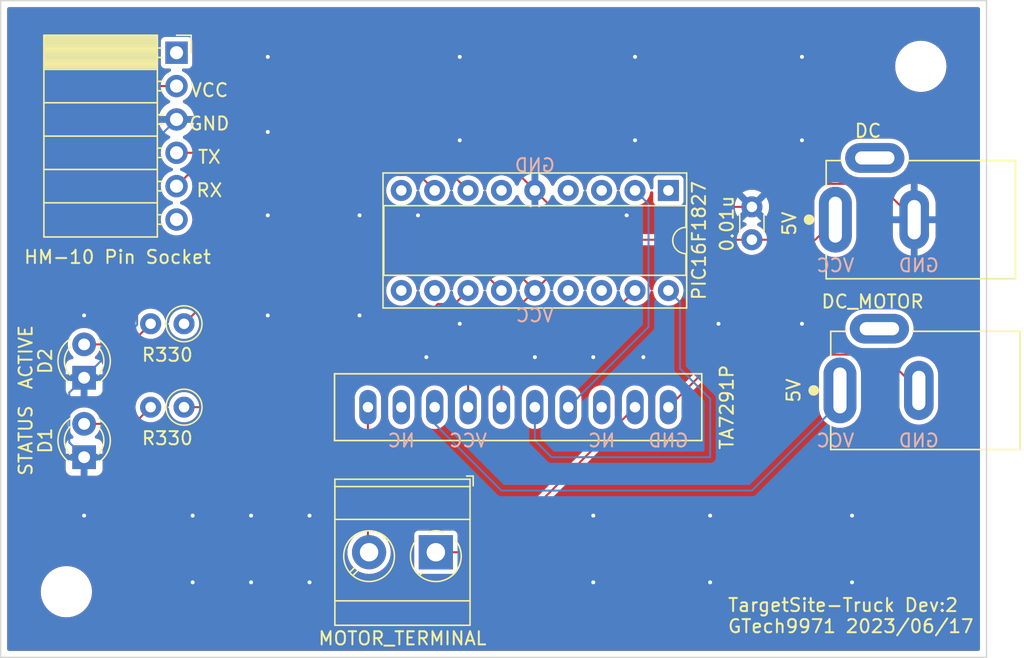
<source format=kicad_pcb>
(kicad_pcb (version 20211014) (generator pcbnew)
  (title_block (title "TargetSite-Truck") (date "2023-05-06") (rev "1") (company "GTech"))
  (layers (0 "F.Cu" signal) (31 "B.Cu" signal) (34 "B.Paste" user) (35 "F.Paste" user) (36 "B.SilkS" user "B.Silkscreen") (37 "F.SilkS" user "F.Silkscreen") (38 "B.Mask" user) (39 "F.Mask" user) (44 "Edge.Cuts" user))
  (net 0 "")
  (net 1 "VCC")
  (net 2 "GND")
  (net 3 "DC_VCC")
  (net 6 "DC_GND")
  (net 7 "Net-(D1-Pad2)")
  (net 10 "Motor_IN1")
  (net 11 "Motor_IN2")
  (net 17 "Net-(D2-Pad2)")
  (net 20 "HM10_TX")
  (net 23 "Driver_Ref")
  (net 24 "Driver_IN2")
  (net 25 "Driver_IN1")
  (net 26 "HM10_RX")
  (net 27 "Net-(R1-Pad1)")
  (net 28 "Net-(R2-Pad1)")
  (footprint "Connector_PinSocket_2.54mm:PinSocket_1x06_P2.54mm_Horizontal" (layer "F.Cu") (at 143.38 83.96285)
    (fp_text reference "HM-10 Pin Socket" (at -4.49 15.55715) (layer "F.SilkS"))
    (fp_text value "HM10")
    (fp_line (start 1.11 -1.33) (end 1.11 0) (layer "F.SilkS") (width 0.12))
    (fp_line (start -10.09 14.03) (end -1.46 14.03) (layer "F.SilkS") (width 0.12))
    (fp_line (start -10.09 0.91571) (end -1.46 0.91571) (layer "F.SilkS") (width 0.12))
    (fp_line (start -1.46 12.34) (end -1.05 12.34) (layer "F.SilkS") (width 0.12))
    (fp_line (start -10.09 0.20714) (end -1.46 0.20714) (layer "F.SilkS") (width 0.12))
    (fp_line (start -10.09 -0.147145) (end -1.46 -0.147145) (layer "F.SilkS") (width 0.12))
    (fp_line (start -10.09 3.81) (end -1.46 3.81) (layer "F.SilkS") (width 0.12))
    (fp_line (start -10.09 -1.33) (end -10.09 14.03) (layer "F.SilkS") (width 0.12))
    (fp_line (start -10.09 -1.21) (end -1.46 -1.21) (layer "F.SilkS") (width 0.12))
    (fp_line (start -10.09 0.44333) (end -1.46 0.44333) (layer "F.SilkS") (width 0.12))
    (fp_line (start -1.46 -0.36) (end -1.11 -0.36) (layer "F.SilkS") (width 0.12))
    (fp_line (start -10.09 0.67952) (end -1.46 0.67952) (layer "F.SilkS") (width 0.12))
    (fp_line (start 0 -1.33) (end 1.11 -1.33) (layer "F.SilkS") (width 0.12))
    (fp_line (start -10.09 1.1519) (end -1.46 1.1519) (layer "F.SilkS") (width 0.12))
    (fp_line (start -1.46 5.44) (end -1.05 5.44) (layer "F.SilkS") (width 0.12))
    (fp_line (start -1.46 2.9) (end -1.05 2.9) (layer "F.SilkS") (width 0.12))
    (fp_line (start -10.09 0.325235) (end -1.46 0.325235) (layer "F.SilkS") (width 0.12))
    (fp_line (start -1.46 7.26) (end -1.05 7.26) (layer "F.SilkS") (width 0.12))
    (fp_line (start -1.46 0.36) (end -1.11 0.36) (layer "F.SilkS") (width 0.12))
    (fp_line (start -1.46 9.8) (end -1.05 9.8) (layer "F.SilkS") (width 0.12))
    (fp_line (start -10.09 8.89) (end -1.46 8.89) (layer "F.SilkS") (width 0.12))
    (fp_line (start -1.46 13.06) (end -1.05 13.06) (layer "F.SilkS") (width 0.12))
    (fp_line (start -10.09 -0.97381) (end -1.46 -0.97381) (layer "F.SilkS") (width 0.12))
    (fp_line (start -10.09 -0.855715) (end -1.46 -0.855715) (layer "F.SilkS") (width 0.12))
    (fp_line (start -10.09 -0.02905) (end -1.46 -0.02905) (layer "F.SilkS") (width 0.12))
    (fp_line (start -10.09 1.033805) (end -1.46 1.033805) (layer "F.SilkS") (width 0.12))
    (fp_line (start -10.09 -0.26524) (end -1.46 -0.26524) (layer "F.SilkS") (width 0.12))
    (fp_line (start -1.46 4.72) (end -1.05 4.72) (layer "F.SilkS") (width 0.12))
    (fp_line (start -10.09 0.089045) (end -1.46 0.089045) (layer "F.SilkS") (width 0.12))
    (fp_line (start -10.09 -0.50143) (end -1.46 -0.50143) (layer "F.SilkS") (width 0.12))
    (fp_line (start -10.09 -1.33) (end -1.46 -1.33) (layer "F.SilkS") (width 0.12))
    (fp_line (start -1.46 2.18) (end -1.05 2.18) (layer "F.SilkS") (width 0.12))
    (fp_line (start -1.46 7.98) (end -1.05 7.98) (layer "F.SilkS") (width 0.12))
    (fp_line (start -10.09 -0.73762) (end -1.46 -0.73762) (layer "F.SilkS") (width 0.12))
    (fp_line (start -10.09 -0.383335) (end -1.46 -0.383335) (layer "F.SilkS") (width 0.12))
    (fp_line (start -10.09 0.561425) (end -1.46 0.561425) (layer "F.SilkS") (width 0.12))
    (fp_line (start -10.09 1.27) (end -1.46 1.27) (layer "F.SilkS") (width 0.12))
    (fp_line (start -1.46 10.52) (end -1.05 10.52) (layer "F.SilkS") (width 0.12))
    (fp_line (start -10.09 6.35) (end -1.46 6.35) (layer "F.SilkS") (width 0.12))
    (fp_line (start -10.09 0.797615) (end -1.46 0.797615) (layer "F.SilkS") (width 0.12))
    (fp_line (start -10.09 -0.619525) (end -1.46 -0.619525) (layer "F.SilkS") (width 0.12))
    (fp_line (start -1.46 -1.33) (end -1.46 14.03) (layer "F.SilkS") (width 0.12))
    (fp_line (start -10.09 -1.091905) (end -1.46 -1.091905) (layer "F.SilkS") (width 0.12))
    (fp_line (start -10.09 11.43) (end -1.46 11.43) (layer "F.SilkS") (width 0.12))
    (pad "1" thru_hole rect (at 0 0) (size 1.7 1.7) (drill 1) (layers *.Cu *.Mask))
    (pad "2" thru_hole oval (at 0 2.54) (size 1.7 1.7) (drill 1) (layers *.Cu *.Mask) (net 1 "VCC"))
    (pad "3" thru_hole oval (at 0 5.08) (size 1.7 1.7) (drill 1) (layers *.Cu *.Mask) (net 2 "GND"))
    (pad "4" thru_hole oval (at 0 7.62) (size 1.7 1.7) (drill 1) (layers *.Cu *.Mask) (net 20 "HM10_TX"))
    (pad "5" thru_hole oval (at 0 10.16) (size 1.7 1.7) (drill 1) (layers *.Cu *.Mask) (net 26 "HM10_RX"))
    (pad "6" thru_hole oval (at 0 12.7) (size 1.7 1.7) (drill 1) (layers *.Cu *.Mask))
  )
  (footprint "LED_THT:LED_D3.0mm" (layer "F.Cu") (at 136.350452 114.76 90)
    (fp_text reference "D1" (at 1.27 -2.96 90) (layer "F.SilkS"))
    (fp_text value "LED_STATUS")
    (fp_line (start -0.29 -1.236) (end -0.29 -1.08) (layer "F.SilkS") (width 0.12))
    (fp_line (start -0.29 1.08) (end -0.29 1.236) (layer "F.SilkS") (width 0.12))
    (fp_arc (start 2.31113 1.079837) (mid 1.270117 1.5) (end 0.229039 1.08) (layer "F.SilkS") (width 0.12))
    (fp_arc (start 0.229039 -1.08) (mid 1.270117 -1.5) (end 2.31113 -1.079837) (layer "F.SilkS") (width 0.12))
    (fp_arc (start -0.29 -1.235516) (mid 1.366487 -1.987659) (end 2.942335 -1.078608) (layer "F.SilkS") (width 0.12))
    (fp_arc (start 2.942335 1.078608) (mid 1.366487 1.987659) (end -0.29 1.235516) (layer "F.SilkS") (width 0.12))
    (pad "1" thru_hole rect (at 0 0 90) (size 1.8 1.8) (drill 0.9) (layers *.Cu *.Mask) (net 2 "GND"))
    (pad "2" thru_hole circle (at 2.54 0 90) (size 1.8 1.8) (drill 0.9) (layers *.Cu *.Mask) (net 7 "Net-(D1-Pad2)"))
  )
  (footprint "MountingHole:MountingHole_3.2mm_M3" (layer "F.Cu") (at 200 85)
    (fp_text reference "MH1" hide)
    (fp_text value "MountingHole_3.2mm_M3" hide)
    (pad "" np_thru_hole circle locked (at 0 0) (size 3.2 3.2) (drill 3.2) (layers *.Cu *.Mask))
  )
  (footprint "Resistor_THT:R_Axial_DIN0207_L6.3mm_D2.5mm_P2.54mm_Vertical" (layer "F.Cu") (at 143.95 110.95 180)
    (fp_text reference "R330" (at 1.27 -2.37) (layer "F.SilkS"))
    (fp_text value "R330")
    (fp_line (start 1.37 0) (end 1.44 0) (layer "F.SilkS") (width 0.12))
    (fp_circle (center 0 0) (end 1.37 0) (layer "F.SilkS") (width 0.12) (fill none))
    (pad "1" thru_hole circle (at 0 0 180) (size 1.6 1.6) (drill 0.8) (layers *.Cu *.Mask) (net 27 "Net-(R1-Pad1)"))
    (pad "2" thru_hole oval (at 2.54 0 180) (size 1.6 1.6) (drill 0.8) (layers *.Cu *.Mask) (net 7 "Net-(D1-Pad2)"))
  )
  (footprint "PJ-002AH:CUI_PJ-002AH" (layer "F.Cu") (at 193.5 96.675)
    (fp_text reference "DC" (at 2.485118 -6.76532) (layer "F.SilkS") (effects (font (size 1.000047 1.000047))))
    (fp_text value "5v")
    (fp_line (start -0.7 4.5) (end -0.7 2.65) (layer "F.SilkS") (width 0.127))
    (fp_line (start 13.7 -4.5) (end 13.7 4.5) (layer "F.SilkS") (width 0.127))
    (fp_line (start 5.55 -4.5) (end 13.7 -4.5) (layer "F.SilkS") (width 0.127))
    (fp_line (start -0.7 -4.5) (end 0.45 -4.5) (layer "F.SilkS") (width 0.127))
    (fp_line (start -0.7 -2.55) (end -0.7 -4.5) (layer "F.SilkS") (width 0.127))
    (fp_line (start 13.7 4.5) (end -0.7 4.5) (layer "F.SilkS") (width 0.127))
    (fp_circle (center -2 0) (end -1.8 0) (layer "F.SilkS") (width 0.4) (fill none))
    (pad "1" thru_hole oval locked (at 0 0) (size 2.5 5) (drill oval 1 3.5) (layers *.Cu *.Mask) (net 1 "VCC"))
    (pad "2" thru_hole oval locked (at 6 0) (size 2.25 4.5) (drill oval 1 3) (layers *.Cu *.Mask) (net 2 "GND"))
    (pad "3" thru_hole oval locked (at 3 -4.7) (size 4.5 2.25) (drill oval 3 1) (layers *.Cu *.Mask))
  )
  (footprint "TerminalBlock_MetzConnect:TerminalBlock_MetzConnect_Type073_RT02602HBLU_1x02_P5.08mm_Horizontal" (layer "F.Cu") (at 163.107477 121.994635 180)
    (fp_text reference "MOTOR_TERMINAL" (at 2.54 -6.56 180) (layer "F.SilkS"))
    (fp_text value "Motor_DC")
    (fp_line (start 1.229 -1.764) (end 1.013 -1.549) (layer "F.SilkS") (width 0.12))
    (fp_line (start -2.6 -3.7) (end 7.68 -3.7) (layer "F.SilkS") (width 0.12))
    (fp_line (start 3.724 0.821) (end 3.617 0.928) (layer "F.SilkS") (width 0.12))
    (fp_line (start -2.6 5.56) (end 7.68 5.56) (layer "F.SilkS") (width 0.12))
    (fp_line (start 6.309 -1.764) (end 5.918 -1.374) (layer "F.SilkS") (width 0.12))
    (fp_line (start -2.84 5.8) (end -2.34 5.8) (layer "F.SilkS") (width 0.12))
    (fp_line (start -2.6 5) (end 7.68 5) (layer "F.SilkS") (width 0.12))
    (fp_line (start 7.68 -5.56) (end 7.68 5.56) (layer "F.SilkS") (width 0.12))
    (fp_line (start -2.6 -5.56) (end -2.6 5.56) (layer "F.SilkS") (width 0.12))
    (fp_line (start -2.6 -5.56) (end 7.68 -5.56) (layer "F.SilkS") (width 0.12))
    (fp_line (start 3.933 1.083) (end 3.852 1.164) (layer "F.SilkS") (width 0.12))
    (fp_line (start 6.544 -1.529) (end 6.194 -1.179) (layer "F.SilkS") (width 0.12))
    (fp_line (start -2.84 5.06) (end -2.84 5.8) (layer "F.SilkS") (width 0.12))
    (fp_line (start -2.6 2.5) (end 7.68 2.5) (layer "F.SilkS") (width 0.12))
    (fp_arc (start -1.521645 0.888175) (mid -1.930586 -0.300524) (end -1.521 -1.489) (layer "F.SilkS") (width 0.12))
    (fp_arc (start 0.033269 1.630336) (mid -0.285785 1.609354) (end -0.597 1.536) (layer "F.SilkS") (width 0.12))
    (fp_arc (start -1.500317 -1.514609) (mid -0.000252 -2.230344) (end 1.5 -1.515) (layer "F.SilkS") (width 0.12))
    (fp_arc (start 1.521645 -1.488175) (mid 1.930586 -0.299476) (end 1.521 0.889) (layer "F.SilkS") (width 0.12))
    (fp_arc (start 5.08 1.63) (mid 5.08 -2.23) (end 5.08 1.63) (layer "F.SilkS") (width 0.12))
    (fp_arc (start 0.596403 1.535539) (mid 0.301919 1.606238) (end 0 1.63) (layer "F.SilkS") (width 0.12))
    (pad "1" thru_hole rect (at 0 0 180) (size 2.6 2.6) (drill 1.4) (layers *.Cu *.Mask) (net 10 "Motor_IN1"))
    (pad "2" thru_hole circle (at 5.08 0 180) (size 2.6 2.6) (drill 1.4) (layers *.Cu *.Mask) (net 11 "Motor_IN2"))
  )
  (footprint "TA7291P:HSIP10" (layer "F.Cu") (at 168.1 110.95 180)
    (fp_text reference "TA7291P" (at -17.145 0 90) (layer "F.SilkS") (effects (font (size 1.000307 1.000307))))
    (fp_text value "TA7291P")
    (fp_line (start -15.24 -2.54) (end -15.24 2.54) (layer "F.SilkS") (width 0.127))
    (fp_line (start -15.24 2.54) (end 12.7 2.54) (layer "F.SilkS") (width 0.127))
    (fp_line (start 12.7 -2.54) (end -15.24 -2.54) (layer "F.SilkS") (width 0.127))
    (fp_line (start 12.7 2.54) (end 12.7 -2.54) (layer "F.SilkS") (width 0.127))
    (pad "1" thru_hole oval locked (at -12.7 0 180) (size 1.308 2.616) (drill 0.8) (layers *.Cu *.Mask) (net 6 "DC_GND"))
    (pad "2" thru_hole oval locked (at -10.16 0 180) (size 1.308 2.616) (drill 0.8) (layers *.Cu *.Mask) (net 10 "Motor_IN1"))
    (pad "3" thru_hole oval locked (at -7.62 0 180) (size 1.308 2.616) (drill 0.8) (layers *.Cu *.Mask))
    (pad "4" thru_hole oval locked (at -5.08 0 180) (size 1.308 2.616) (drill 0.8) (layers *.Cu *.Mask) (net 23 "Driver_Ref"))
    (pad "5" thru_hole oval locked (at -2.54 0 180) (size 1.308 2.616) (drill 0.8) (layers *.Cu *.Mask) (net 25 "Driver_IN1"))
    (pad "6" thru_hole oval locked (at 0 0 180) (size 1.308 2.616) (drill 0.8) (layers *.Cu *.Mask) (net 24 "Driver_IN2"))
    (pad "7" thru_hole oval locked (at 2.54 0 180) (size 1.308 2.616) (drill 0.8) (layers *.Cu *.Mask) (net 1 "VCC"))
    (pad "8" thru_hole oval locked (at 5.08 0 180) (size 1.308 2.616) (drill 0.8) (layers *.Cu *.Mask) (net 3 "DC_VCC"))
    (pad "9" thru_hole oval locked (at 7.62 0 180) (size 1.308 2.616) (drill 0.8) (layers *.Cu *.Mask))
    (pad "10" thru_hole oval locked (at 10.16 0 180) (size 1.308 2.616) (drill 0.8) (layers *.Cu *.Mask) (net 11 "Motor_IN2"))
  )
  (footprint "PJ-002AH:CUI_PJ-002AH" (layer "F.Cu") (at 193.85 109.675)
    (fp_text reference "DC_MOTOR" (at 2.485118 -6.76532) (layer "F.SilkS") (effects (font (size 1.000047 1.000047))))
    (fp_text value "9v")
    (fp_line (start 13.7 -4.5) (end 13.7 4.5) (layer "F.SilkS") (width 0.127))
    (fp_line (start 13.7 4.5) (end -0.7 4.5) (layer "F.SilkS") (width 0.127))
    (fp_line (start -0.7 4.5) (end -0.7 2.65) (layer "F.SilkS") (width 0.127))
    (fp_line (start -0.7 -2.55) (end -0.7 -4.5) (layer "F.SilkS") (width 0.127))
    (fp_line (start 5.55 -4.5) (end 13.7 -4.5) (layer "F.SilkS") (width 0.127))
    (fp_line (start -0.7 -4.5) (end 0.45 -4.5) (layer "F.SilkS") (width 0.127))
    (fp_circle (center -2 0) (end -1.8 0) (layer "F.SilkS") (width 0.4) (fill none))
    (pad "1" thru_hole oval locked (at 0 0) (size 2.5 5) (drill oval 1 3.5) (layers *.Cu *.Mask) (net 3 "DC_VCC"))
    (pad "2" thru_hole oval locked (at 6 0) (size 2.25 4.5) (drill oval 1 3) (layers *.Cu *.Mask) (net 6 "DC_GND"))
    (pad "3" thru_hole oval locked (at 3 -4.7) (size 4.5 2.25) (drill oval 3 1) (layers *.Cu *.Mask))
  )
  (footprint "LED_THT:LED_D3.0mm" (layer "F.Cu") (at 136.350452 108.71 90)
    (fp_text reference "D2" (at 1.27 -2.96 90) (layer "F.SilkS"))
    (fp_text value "LED_ACTIVATE")
    (fp_line (start -0.29 -1.236) (end -0.29 -1.08) (layer "F.SilkS") (width 0.12))
    (fp_line (start -0.29 1.08) (end -0.29 1.236) (layer "F.SilkS") (width 0.12))
    (fp_arc (start 2.31113 1.079837) (mid 1.270117 1.5) (end 0.229039 1.08) (layer "F.SilkS") (width 0.12))
    (fp_arc (start 2.942335 1.078608) (mid 1.366487 1.987659) (end -0.29 1.235516) (layer "F.SilkS") (width 0.12))
    (fp_arc (start -0.29 -1.235516) (mid 1.366487 -1.987659) (end 2.942335 -1.078608) (layer "F.SilkS") (width 0.12))
    (fp_arc (start 0.229039 -1.08) (mid 1.270117 -1.5) (end 2.31113 -1.079837) (layer "F.SilkS") (width 0.12))
    (pad "1" thru_hole rect (at 0 0 90) (size 1.8 1.8) (drill 0.9) (layers *.Cu *.Mask) (net 2 "GND"))
    (pad "2" thru_hole circle (at 2.54 0 90) (size 1.8 1.8) (drill 0.9) (layers *.Cu *.Mask) (net 17 "Net-(D2-Pad2)"))
  )
  (footprint "Capacitor_THT:C_Disc_D3.0mm_W1.6mm_P2.50mm" (layer "F.Cu") (at 187.15 95.7 -90)
    (fp_text reference "0.01u" (at 1.28 1.905 90) (layer "F.SilkS"))
    (fp_text value "0.01u")
    (fp_line (start 0.621 -0.92) (end 1.879 -0.92) (layer "F.SilkS") (width 0.12))
    (fp_line (start 0.621 0.92) (end 1.879 0.92) (layer "F.SilkS") (width 0.12))
    (pad "1" thru_hole circle (at 0 0 270) (size 1.6 1.6) (drill 0.8) (layers *.Cu *.Mask) (net 2 "GND"))
    (pad "2" thru_hole circle (at 2.5 0 270) (size 1.6 1.6) (drill 0.8) (layers *.Cu *.Mask) (net 1 "VCC"))
  )
  (footprint "Resistor_THT:R_Axial_DIN0207_L6.3mm_D2.5mm_P2.54mm_Vertical" (layer "F.Cu") (at 143.95 104.6 180)
    (fp_text reference "R330" (at 1.27 -2.37) (layer "F.SilkS"))
    (fp_text value "R330")
    (fp_line (start 1.37 0) (end 1.44 0) (layer "F.SilkS") (width 0.12))
    (fp_circle (center 0 0) (end 1.37 0) (layer "F.SilkS") (width 0.12) (fill none))
    (pad "1" thru_hole circle (at 0 0 180) (size 1.6 1.6) (drill 0.8) (layers *.Cu *.Mask) (net 28 "Net-(R2-Pad1)"))
    (pad "2" thru_hole oval (at 2.54 0 180) (size 1.6 1.6) (drill 0.8) (layers *.Cu *.Mask) (net 17 "Net-(D2-Pad2)"))
  )
  (footprint "MountingHole:MountingHole_3.2mm_M3" (layer "F.Cu") (at 135 125)
    (fp_text reference "MH2" hide)
    (fp_text value "MountingHole_3.2mm_M3" hide)
    (pad "" np_thru_hole circle locked (at 0 0) (size 3.2 3.2) (drill 3.2) (layers *.Cu *.Mask))
  )
  (footprint "Package_DIP:DIP-18_W7.62mm_Socket" (layer "F.Cu") (at 180.8 94.45 -90)
    (fp_text reference "PIC16F1827" (at 3.81 -2.33 90) (layer "F.SilkS"))
    (fp_text value "PIC16F1827-E/P")
    (fp_line (start 1.16 -1.33) (end 1.16 21.65) (layer "F.SilkS") (width 0.12))
    (fp_line (start 6.46 21.65) (end 6.46 -1.33) (layer "F.SilkS") (width 0.12))
    (fp_line (start 8.95 -1.39) (end -1.33 -1.39) (layer "F.SilkS") (width 0.12))
    (fp_line (start 2.81 -1.33) (end 1.16 -1.33) (layer "F.SilkS") (width 0.12))
    (fp_line (start -1.33 -1.39) (end -1.33 21.71) (layer "F.SilkS") (width 0.12))
    (fp_line (start -1.33 21.71) (end 8.95 21.71) (layer "F.SilkS") (width 0.12))
    (fp_line (start 1.16 21.65) (end 6.46 21.65) (layer "F.SilkS") (width 0.12))
    (fp_line (start 8.95 21.71) (end 8.95 -1.39) (layer "F.SilkS") (width 0.12))
    (fp_line (start 6.46 -1.33) (end 4.81 -1.33) (layer "F.SilkS") (width 0.12))
    (fp_arc (start 4.81 -1.33) (mid 3.81 -0.33) (end 2.81 -1.33) (layer "F.SilkS") (width 0.12))
    (pad "1" thru_hole rect (at 0 0 270) (size 1.6 1.6) (drill 0.8) (layers *.Cu *.Mask))
    (pad "2" thru_hole oval (at 0 2.54 270) (size 1.6 1.6) (drill 0.8) (layers *.Cu *.Mask) (net 23 "Driver_Ref"))
    (pad "3" thru_hole oval (at 0 5.08 270) (size 1.6 1.6) (drill 0.8) (layers *.Cu *.Mask))
    (pad "4" thru_hole oval (at 0 7.62 270) (size 1.6 1.6) (drill 0.8) (layers *.Cu *.Mask))
    (pad "5" thru_hole oval (at 0 10.16 270) (size 1.6 1.6) (drill 0.8) (layers *.Cu *.Mask) (net 2 "GND"))
    (pad "6" thru_hole oval (at 0 12.7 270) (size 1.6 1.6) (drill 0.8) (layers *.Cu *.Mask))
    (pad "7" thru_hole oval (at 0 15.24 270) (size 1.6 1.6) (drill 0.8) (layers *.Cu *.Mask) (net 20 "HM10_TX"))
    (pad "8" thru_hole oval (at 0 17.78 270) (size 1.6 1.6) (drill 0.8) (layers *.Cu *.Mask) (net 26 "HM10_RX"))
    (pad "9" thru_hole oval (at 0 20.32 270) (size 1.6 1.6) (drill 0.8) (layers *.Cu *.Mask))
    (pad "10" thru_hole oval (at 7.62 20.32 270) (size 1.6 1.6) (drill 0.8) (layers *.Cu *.Mask))
    (pad "11" thru_hole oval (at 7.62 17.78 270) (size 1.6 1.6) (drill 0.8) (layers *.Cu *.Mask))
    (pad "12" thru_hole oval (at 7.62 15.24 270) (size 1.6 1.6) (drill 0.8) (layers *.Cu *.Mask) (net 27 "Net-(R1-Pad1)"))
    (pad "13" thru_hole oval (at 7.62 12.7 270) (size 1.6 1.6) (drill 0.8) (layers *.Cu *.Mask) (net 28 "Net-(R2-Pad1)"))
    (pad "14" thru_hole oval (at 7.62 10.16 270) (size 1.6 1.6) (drill 0.8) (layers *.Cu *.Mask) (net 1 "VCC"))
    (pad "15" thru_hole oval (at 7.62 7.62 270) (size 1.6 1.6) (drill 0.8) (layers *.Cu *.Mask))
    (pad "16" thru_hole oval (at 7.62 5.08 270) (size 1.6 1.6) (drill 0.8) (layers *.Cu *.Mask))
    (pad "17" thru_hole oval (at 7.62 2.54 270) (size 1.6 1.6) (drill 0.8) (layers *.Cu *.Mask) (net 24 "Driver_IN2"))
    (pad "18" thru_hole oval (at 7.62 0 270) (size 1.6 1.6) (drill 0.8) (layers *.Cu *.Mask) (net 25 "Driver_IN1"))
  )
  (gr_rect locked (start 130 130) (end 205 80) (layer "Edge.Cuts") (width 0.1) (fill none))
  (gr_text "GND" (at 170.64 92.535) (layer "B.SilkS") (effects (font (size 1 1)) (justify mirror)))
  (gr_text "VCC" (at 170.64 103.965) (layer "B.SilkS") (effects (font (size 1 1)) (justify mirror)))
  (gr_text "GND" (at 199.85 100.155) (layer "B.SilkS") (effects (font (size 1 1)) (justify mirror)))
  (gr_text "VCC" (at 193.5 113.49) (layer "B.SilkS") (effects (font (size 1 1)) (justify mirror)))
  (gr_text "GND" (at 199.85 113.49) (layer "B.SilkS") (effects (font (size 1 1)) (justify mirror)))
  (gr_text "NC" (at 160.48 113.49) (layer "B.SilkS") (effects (font (size 1 1)) (justify mirror)))
  (gr_text "VCC" (at 193.5 100.155) (layer "B.SilkS") (effects (font (size 1 1)) (justify mirror)))
  (gr_text "VCC" (at 165.56 113.49) (layer "B.SilkS") (effects (font (size 1 1)) (justify mirror)))
  (gr_text "NC" (at 175.72 113.49) (layer "B.SilkS") (effects (font (size 1 1)) (justify mirror)))
  (gr_text "GND" (at 180.8 113.49) (layer "B.SilkS") (effects (font (size 1 1)) (justify mirror)))
  (gr_text "RX" (at 145.875 94.44) (layer "F.SilkS") (effects (font (size 1 1))))
  (gr_text "5V" (at 190.325 109.68 90) (layer "F.SilkS") (effects (font (size 1 1))))
  (gr_text "GND" (at 145.875 89.36) (layer "F.SilkS") (effects (font (size 1 1))))
  (gr_text "TargetSite-Truck Dev:2\nGTech9971 2023/06/17" (at 185.245 126.825) (layer "F.SilkS") (effects (font (size 1 1)) (justify left)))
  (gr_text "VCC" (at 145.875 86.82) (layer "F.SilkS") (effects (font (size 1 1))))
  (gr_text "ACTIVE" (at 131.905 107.14 90) (layer "F.SilkS") (effects (font (size 1 1))))
  (gr_text "STATUS" (at 131.905 113.49 90) (layer "F.SilkS") (effects (font (size 1 1))))
  (gr_text "TX" (at 145.875 91.9) (layer "F.SilkS") (effects (font (size 1 1))))
  (gr_text "5V" (at 190 96.98 90) (layer "F.SilkS") (effects (font (size 1 1))))
  (segment (start 136.35 91.9) (end 136.35 98.25) (width 0.1524) (layer "F.Cu") (net 1))
  (segment (start 191.975 98.2) (end 193.5 96.675) (width 0.1524) (layer "F.Cu") (net 1))
  (segment (start 166.82 98.25) (end 170.64 102.07) (width 0.1524) (layer "F.Cu") (net 1))
  (segment (start 165.56 107.15) (end 170.64 102.07) (width 0.1524) (layer "F.Cu") (net 1))
  (segment (start 141.74715 86.50285) (end 136.35 91.9) (width 0.1524) (layer "F.Cu") (net 1))
  (segment (start 187.15 98.2) (end 191.975 98.2) (width 0.1524) (layer "F.Cu") (net 1))
  (segment (start 143.38 86.50285) (end 141.74715 86.50285) (width 0.1524) (layer "F.Cu") (net 1))
  (segment (start 187.15 98.2) (end 174.51 98.2) (width 0.1524) (layer "F.Cu") (net 1))
  (segment (start 174.51 98.2) (end 170.64 102.07) (width 0.1524) (layer "F.Cu") (net 1))
  (segment (start 165.56 110.95) (end 165.56 107.15) (width 0.1524) (layer "F.Cu") (net 1))
  (segment (start 136.35 98.25) (end 166.82 98.25) (width 0.1524) (layer "F.Cu") (net 1))
  (segment (start 170.64 94.45) (end 171.89 95.7) (width 0.1524) (layer "F.Cu") (net 2))
  (segment (start 187.15 95.7) (end 188.9036 93.9464) (width 0.1524) (layer "F.Cu") (net 2))
  (segment (start 188.9036 93.9464) (end 196.7714 93.9464) (width 0.1524) (layer "F.Cu") (net 2))
  (segment (start 165.23285 89.04285) (end 143.38 89.04285) (width 0.1524) (layer "F.Cu") (net 2))
  (segment (start 171.89 95.7) (end 187.15 95.7) (width 0.1524) (layer "F.Cu") (net 2))
  (segment (start 170.64 94.45) (end 165.23285 89.04285) (width 0.1524) (layer "F.Cu") (net 2))
  (segment (start 196.7714 93.9464) (end 199.5 96.675) (width 0.1524) (layer "F.Cu") (net 2))
  (via (at 150.32 84.28) (size 0.605) (drill 0.3) (layers "F.Cu" "B.Cu") (net 2))
  (via (at 194.77 124.285) (size 0.605) (drill 0.3) (layers "F.Cu" "B.Cu") (net 2))
  (via (at 183.975 119.205) (size 0.605) (drill 0.3) (layers "F.Cu" "B.Cu") (net 2))
  (via (at 149.05 119.205) (size 0.605) (drill 0.3) (layers "F.Cu" "B.Cu") (net 2))
  (via (at 184.61 104.6) (size 0.605) (drill 0.3) (layers "F.Cu" "B.Cu") (net 2))
  (via (at 157.305 103.965) (size 0.605) (drill 0.3) (layers "F.Cu" "B.Cu") (net 2))
  (via (at 144.605 119.205) (size 0.605) (drill 0.3) (layers "F.Cu" "B.Cu") (net 2))
  (via (at 175.085 107.14) (size 0.605) (drill 0.3) (layers "F.Cu" "B.Cu") (net 2))
  (via (at 190.96 90.63) (size 0.605) (drill 0.3) (layers "F.Cu" "B.Cu") (net 2))
  (via (at 150.32 89.995) (size 0.605) (drill 0.3) (layers "F.Cu" "B.Cu") (net 2))
  (via (at 150.32 96.345) (size 0.605) (drill 0.3) (layers "F.Cu" "B.Cu") (net 2))
  (via (at 153.495 124.285) (size 0.605) (drill 0.3) (layers "F.Cu" "B.Cu") (net 2))
  (via (at 150.32 103.965) (size 0.605) (drill 0.3) (layers "F.Cu" "B.Cu") (net 2))
  (via (at 183.975 124.285) (size 0.605) (drill 0.3) (layers "F.Cu" "B.Cu") (net 2))
  (via (at 175.085 124.285) (size 0.605) (drill 0.3) (layers "F.Cu" "B.Cu") (net 2))
  (via (at 164.925 90.63) (size 0.605) (drill 0.3) (layers "F.Cu" "B.Cu") (net 2))
  (via (at 149.05 124.285) (size 0.605) (drill 0.3) (layers "F.Cu" "B.Cu") (net 2))
  (via (at 164.925 104.6) (size 0.605) (drill 0.3) (layers "F.Cu" "B.Cu") (net 2))
  (via (at 194.77 119.205) (size 0.605) (drill 0.3) (layers "F.Cu" "B.Cu") (net 2))
  (via (at 190.96 104.6) (size 0.605) (drill 0.3) (layers "F.Cu" "B.Cu") (net 2))
  (via (at 164.925 84.28) (size 0.605) (drill 0.3) (layers "F.Cu" "B.Cu") (net 2))
  (via (at 178.26 90.63) (size 0.605) (drill 0.3) (layers "F.Cu" "B.Cu") (net 2))
  (via (at 178.895 107.14) (size 0.605) (drill 0.3) (layers "F.Cu" "B.Cu") (net 2))
  (via (at 157.305 96.345) (size 0.605) (drill 0.3) (layers "F.Cu" "B.Cu") (net 2))
  (via (at 177.625 96.345) (size 0.605) (drill 0.3) (layers "F.Cu" "B.Cu") (net 2))
  (via (at 178.26 84.28) (size 0.605) (drill 0.3) (layers "F.Cu" "B.Cu") (net 2))
  (via (at 175.085 119.205) (size 0.605) (drill 0.3) (layers "F.Cu" "B.Cu") (net 2))
  (via (at 136.35 103.965) (size 0.605) (drill 0.3) (layers "F.Cu" "B.Cu") (net 2))
  (via (at 136.35 119.205) (size 0.605) (drill 0.3) (layers "F.Cu" "B.Cu") (net 2))
  (via (at 162.385 107.14) (size 0.605) (drill 0.3) (layers "F.Cu" "B.Cu") (net 2))
  (via (at 161.75 96.345) (size 0.605) (drill 0.3) (layers "F.Cu" "B.Cu") (net 2))
  (via (at 170.64 107.14) (size 0.605) (drill 0.3) (layers "F.Cu" "B.Cu") (net 2))
  (via (at 144.605 124.285) (size 0.605) (drill 0.3) (layers "F.Cu" "B.Cu") (net 2))
  (via (at 153.495 119.205) (size 0.605) (drill 0.3) (layers "F.Cu" "B.Cu") (net 2))
  (via (at 190.96 84.28) (size 0.605) (drill 0.3) (layers "F.Cu" "B.Cu") (net 2))
  (segment (start 136.350452 108.71) (end 135.221852 109.8386) (width 0.1524) (layer "B.Cu") (net 2))
  (segment (start 135.221852 113.6314) (end 136.350452 114.76) (width 0.1524) (layer "B.Cu") (net 2))
  (segment (start 143.38 89.04285) (end 140.3814 92.04145) (width 0.1524) (layer "B.Cu") (net 2))
  (segment (start 140.3814 92.04145) (end 140.3814 104.679052) (width 0.1524) (layer "B.Cu") (net 2))
  (segment (start 135.221852 109.8386) (end 135.221852 113.6314) (width 0.1524) (layer "B.Cu") (net 2))
  (segment (start 140.3814 104.679052) (end 136.350452 108.71) (width 0.1524) (layer "B.Cu") (net 2))
  (segment (start 163.02 112.22) (end 163.02 110.95) (width 0.1524) (layer "B.Cu") (net 3))
  (segment (start 193.85 109.675) (end 193.85 110.6) (width 0.1524) (layer "B.Cu") (net 3))
  (segment (start 193.85 110.6) (end 187.15 117.3) (width 0.1524) (layer "B.Cu") (net 3))
  (segment (start 168.1 117.3) (end 163.02 112.22) (width 0.1524) (layer "B.Cu") (net 3))
  (segment (start 187.15 117.3) (end 168.1 117.3) (width 0.1524) (layer "B.Cu") (net 3))
  (segment (start 197.1214 106.9464) (end 184.8036 106.9464) (width 0.1524) (layer "F.Cu") (net 6))
  (segment (start 184.8036 106.9464) (end 180.8 110.95) (width 0.1524) (layer "F.Cu") (net 6))
  (segment (start 199.85 109.675) (end 197.1214 106.9464) (width 0.1524) (layer "F.Cu") (net 6))
  (segment (start 136.350452 112.22) (end 140.14 112.22) (width 0.1524) (layer "F.Cu") (net 7))
  (segment (start 140.14 112.22) (end 141.41 110.95) (width 0.1524) (layer "F.Cu") (net 7))
  (segment (start 178.26 110.95) (end 167.215365 121.994635) (width 0.1524) (layer "F.Cu") (net 10))
  (segment (start 167.215365 121.994635) (end 163.107477 121.994635) (width 0.1524) (layer "F.Cu") (net 10))
  (segment (start 157.94 121.907158) (end 158.027477 121.994635) (width 0.1524) (layer "F.Cu") (net 11))
  (segment (start 157.94 110.95) (end 157.94 121.907158) (width 0.1524) (layer "F.Cu") (net 11))
  (segment (start 139.84 106.17) (end 141.41 104.6) (width 0.1524) (layer "F.Cu") (net 17))
  (segment (start 136.350452 106.17) (end 139.84 106.17) (width 0.1524) (layer "F.Cu") (net 17))
  (segment (start 162.69285 91.58285) (end 143.38 91.58285) (width 0.1524) (layer "F.Cu") (net 20))
  (segment (start 165.56 94.45) (end 162.69285 91.58285) (width 0.1524) (layer "F.Cu") (net 20))
  (segment (start 179.2886 95.4786) (end 179.2886 104.8414) (width 0.1524) (layer "B.Cu") (net 23))
  (segment (start 179.2886 104.8414) (end 173.18 110.95) (width 0.1524) (layer "B.Cu") (net 23))
  (segment (start 178.26 94.45) (end 179.2886 95.4786) (width 0.1524) (layer "B.Cu") (net 23))
  (segment (start 168.1 106.9) (end 170.4 104.6) (width 0.1524) (layer "F.Cu") (net 24))
  (segment (start 170.4 104.6) (end 175.73 104.6) (width 0.1524) (layer "F.Cu") (net 24))
  (segment (start 168.1 110.95) (end 168.1 106.9) (width 0.1524) (layer "F.Cu") (net 24))
  (segment (start 175.73 104.6) (end 178.26 102.07) (width 0.1524) (layer "F.Cu") (net 24))
  (segment (start 170.64 113.49) (end 170.64 110.95) (width 0.1524) (layer "B.Cu") (net 25))
  (segment (start 180.8 102.07) (end 181.6826 102.9526) (width 0.1524) (layer "B.Cu") (net 25))
  (segment (start 171.91 114.76) (end 170.64 113.49) (width 0.1524) (layer "B.Cu") (net 25))
  (segment (start 183.975 110.315) (end 183.975 114.76) (width 0.1524) (layer "B.Cu") (net 25))
  (segment (start 181.6826 108.0226) (end 183.975 110.315) (width 0.1524) (layer "B.Cu") (net 25))
  (segment (start 183.975 114.76) (end 171.91 114.76) (width 0.1524) (layer "B.Cu") (net 25))
  (segment (start 181.6826 102.9526) (end 181.6826 108.0226) (width 0.1524) (layer "B.Cu") (net 25))
  (segment (start 161.84285 93.27285) (end 144.23 93.27285) (width 0.1524) (layer "F.Cu") (net 26))
  (segment (start 144.23 93.27285) (end 143.38 94.12285) (width 0.1524) (layer "F.Cu") (net 26))
  (segment (start 163.02 94.45) (end 161.84285 93.27285) (width 0.1524) (layer "F.Cu") (net 26))
  (segment (start 155.4 110.95) (end 143.95 110.95) (width 0.1524) (layer "F.Cu") (net 27))
  (segment (start 165.56 102.07) (end 164.5314 103.0986) (width 0.1524) (layer "F.Cu") (net 27))
  (segment (start 163.2514 103.0986) (end 155.4 110.95) (width 0.1524) (layer "F.Cu") (net 27))
  (segment (start 164.5314 103.0986) (end 163.2514 103.0986) (width 0.1524) (layer "F.Cu") (net 27))
  (segment (start 149.05 98.5548) (end 149.05 99.5) (width 0.1524) (layer "F.Cu") (net 28))
  (segment (start 149.05 99.5) (end 143.95 104.6) (width 0.1524) (layer "F.Cu") (net 28))
  (segment (start 168.1 102.07) (end 164.5848 98.5548) (width 0.1524) (layer "F.Cu") (net 28))
  (segment (start 164.5848 98.5548) (end 149.05 98.5548) (width 0.1524) (layer "F.Cu") (net 28))
  (zone (net 2) (net_name "GND") (layers F&B.Cu) (connect_pads (clearance 0.35)) (min_thickness 0.254) (fill yes (thermal_gap 0.508) (thermal_bridge_width 0.508))
    (polygon (pts (xy 204.5 129.5) (xy 130.5 129.5) (xy 130.5 80.5) (xy 204.5 80.5)))
  )
)
</source>
